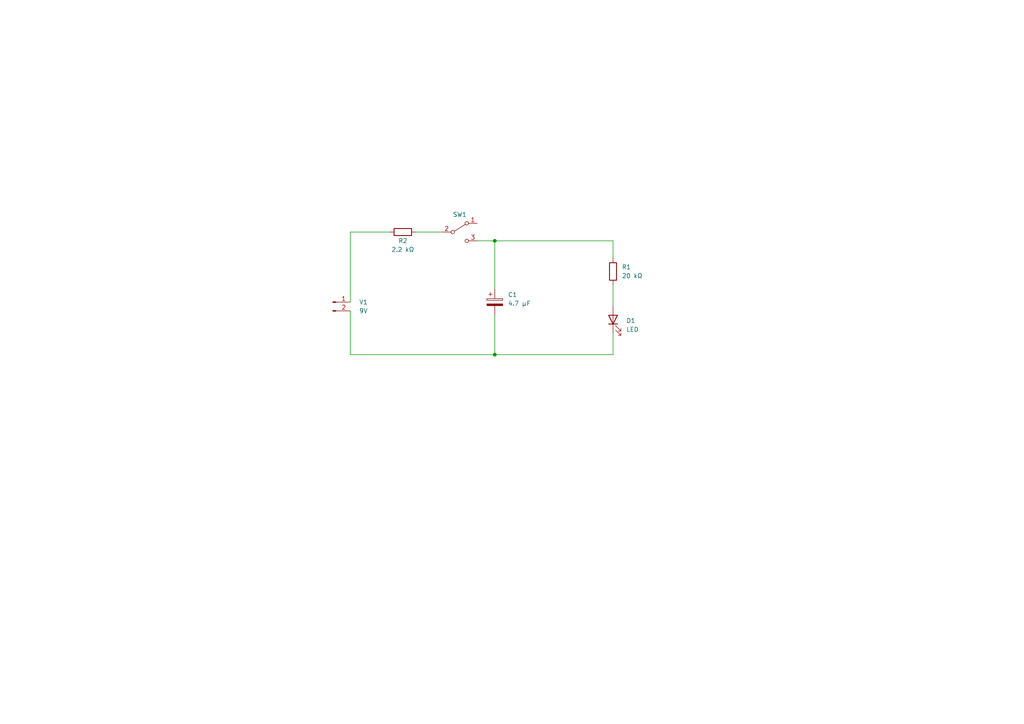
<source format=kicad_sch>
(kicad_sch (version 20211123) (generator eeschema)
  (paper "A4")
  (lib_symbols
    (symbol "Connector:Conn_01x02_Male" (pin_names (offset 1.016) hide)
      (property "Reference" "J" (at 0 2.54 0))
      (property "Value" "Conn_01x02_Male" (at 0 -5.08 0))
      (symbol "Conn_01x02_Male_1_1"
        (polyline (pts (xy 1.27 -2.54) (xy 0.8636 -2.54)) (stroke (width 0.1524)))
        (polyline (pts (xy 1.27 0) (xy 0.8636 0)) (stroke (width 0.1524)))
        (rectangle (start 0.8636 -2.413) (end 0 -2.667) (stroke (width 0.1524)) (fill (type outline)))
        (rectangle (start 0.8636 0.127) (end 0 -0.127) (stroke (width 0.1524)) (fill (type outline)))
        (pin passive line (at 5.08 0 180) (length 3.81) (name "Pin_1") (number "1"))
        (pin passive line (at 5.08 -2.54 180) (length 3.81) (name "Pin_2") (number "2"))
      )
    )
    (symbol "Device:C_Polarized" (pin_numbers hide) (pin_names (offset 0.254))
      (property "Reference" "C" (at 0.635 2.54 0))
      (property "Value" "C_Polarized" (at 0.635 -2.54 0))
      (symbol "C_Polarized_0_1"
        (rectangle (start -2.286 0.508) (end 2.286 1.016))
        (polyline (pts (xy -1.778 2.286) (xy -0.762 2.286)))
        (polyline (pts (xy -1.27 2.794) (xy -1.27 1.778)))
        (rectangle (start 2.286 -0.508) (end -2.286 -1.016) (fill (type outline)))
      )
      (symbol "C_Polarized_1_1"
        (pin passive line (at 0 3.81 270) (length 2.794) (name "~") (number "1"))
        (pin passive line (at 0 -3.81 90) (length 2.794) (name "~") (number "2"))
      )
    )
    (symbol "Device:LED" (pin_numbers hide) (pin_names (offset 1.016) hide)
      (property "Reference" "D" (at -3.175 0.635 90))
      (property "Value" "LED" (at 1.905 0.635 90))
      (symbol "LED_0_1"
        (polyline (pts (xy -0.635 -0.635) (xy -0.635 1.905)))
        (polyline (pts (xy 0.635 -0.635) (xy -1.905 -0.635)) (stroke (width 0.254)))
        (polyline (pts (xy 0.635 1.905) (xy -1.905 1.905) (xy -0.635 -0.635) (xy 0.635 1.905)) (stroke (width 0.254)))
        (polyline (pts (xy 0.127 -2.413) (xy 1.651 -3.937) (xy 1.651 -3.175) (xy 1.651 -3.937) (xy 0.889 -3.937)))
        (polyline (pts (xy 0.127 -1.143) (xy 1.651 -2.667) (xy 1.651 -1.905) (xy 1.651 -2.667) (xy 0.889 -2.667)))
      )
      (symbol "LED_1_1"
        (pin passive line (at -0.635 -3.175 90) (length 2.54) (name "K") (number "1"))
        (pin passive line (at -0.635 4.445 270) (length 2.54) (name "A") (number "2"))
      )
    )
    (symbol "Device:R" (pin_numbers hide) (pin_names (offset 0))
      (property "Reference" "R" (at 1.27 -0.762 0))
      (property "Value" "R" (at 1.27 1.27 0))
      (symbol "R_0_1"
        (rectangle (start -1.27 2.286) (end 3.81 0.254) (stroke (width 0.254)))
      )
      (symbol "R_1_1"
        (pin passive line (at 5.08 1.27 180) (length 1.27) (name "~") (number "1"))
        (pin passive line (at -2.54 1.27 0) (length 1.27) (name "~") (number "2"))
      )
    )
    (symbol "R_1" (pin_numbers hide) (pin_names (offset 0))
      (property "Reference" "R" (at 2.032 0 90))
      (property "Value" "R_1" (at 0 0 90))
      (symbol "R_1_0_1"
        (rectangle (start -1.016 -2.54) (end 1.016 2.54) (stroke (width 0.254)))
      )
      (symbol "R_1_1_1"
        (pin passive line (at 0 3.81 270) (length 1.27) (name "~") (number "1"))
        (pin passive line (at 0 -3.81 90) (length 1.27) (name "~") (number "2"))
      )
    )
    (symbol "Switch:SW_SPDT" (pin_names (offset 0) hide)
      (property "Reference" "SW" (at 0 4.318 0))
      (property "Value" "SW_SPDT" (at 0 -5.08 0))
      (symbol "SW_SPDT_0_0"
        (circle (center -2.032 0) (radius 0.508))
        (circle (center 2.032 -2.54) (radius 0.508))
      )
      (symbol "SW_SPDT_0_1"
        (polyline (pts (xy -1.524 0.254) (xy 1.651 2.286)))
        (circle (center 2.032 2.54) (radius 0.508))
      )
      (symbol "SW_SPDT_1_1"
        (pin passive line (at 5.08 2.54 180) (length 2.54) (name "A") (number "1"))
        (pin passive line (at -5.08 0 0) (length 2.54) (name "B") (number "2"))
        (pin passive line (at 5.08 -2.54 180) (length 2.54) (name "C") (number "3"))
      )
    )
  )
  (junction (at 143.51 69.85))
  (junction (at 143.51 102.87))
  (wire (pts (xy 143.51 91.44) (xy 143.51 102.87)))
  (wire (pts (xy 177.8 69.85) (xy 177.8 74.93)))
  (wire (pts (xy 143.51 69.85) (xy 177.8 69.85)))
  (wire (pts (xy 143.51 102.87) (xy 177.8 102.87)))
  (wire (pts (xy 101.6 67.31) (xy 113.03 67.31)))
  (wire (pts (xy 101.6 67.31) (xy 101.6 87.63)))
  (wire (pts (xy 177.8 82.55) (xy 177.8 88.9)))
  (wire (pts (xy 143.51 69.85) (xy 143.51 83.82)))
  (wire (pts (xy 177.8 96.52) (xy 177.8 102.87)))
  (wire (pts (xy 120.65 67.31) (xy 128.27 67.31)))
  (wire (pts (xy 138.43 69.85) (xy 143.51 69.85)))
  (wire (pts (xy 101.6 90.17) (xy 101.6 102.87)))
  (wire (pts (xy 101.6 102.87) (xy 143.51 102.87)))
  (symbol (lib_id "Device:LED") (at 178.435 93.345 0) (unit 1)
    (property "Reference" "D1" (at 181.61 93.0274 0) (effects (justify left)))
    (property "Value" "LED" (at 181.61 95.5674 0) (effects (justify left)))
  )
  (symbol (lib_id "Switch:SW_SPDT") (at 133.35 67.31 0) (unit 1)
    (property "Reference" "SW1" (at 133.35 62.23 0))
    (property "Value" "s" (effects hide))
  )
  (symbol (lib_id "Connector:Conn_01x02_Male") (at 96.52 87.63 0) (unit 1)
    (property "Reference" "V1" (at 105.41 87.63 0))
    (property "Value" "9V" (at 105.41 90.17 0))
  )
  (symbol (lib_id "Device:C_Polarized") (at 143.51 87.63 0) (unit 1)
    (property "Reference" "C1" (at 147.32 85.4709 0) (effects (justify left)))
    (property "Value" "4.7 µF" (at 147.32 88.0109 0) (effects (justify left)))
  )
  (symbol (lib_id "Device:R") (at 115.57 68.58 0) (unit 1)
    (property "Reference" "R2" (at 116.84 69.85 0))
    (property "Value" "2.2 kΩ" (at 116.84 72.39 0))
  )
  (symbol (lib_name "R_1") (lib_id "Device:R") (at 177.8 78.74 0) (unit 1)
    (property "Reference" "R1" (at 180.34 77.4699 0) (effects (justify left)))
    (property "Value" "20 kΩ" (at 180.34 80.0099 0) (effects (justify left)))
  )
)
</source>
